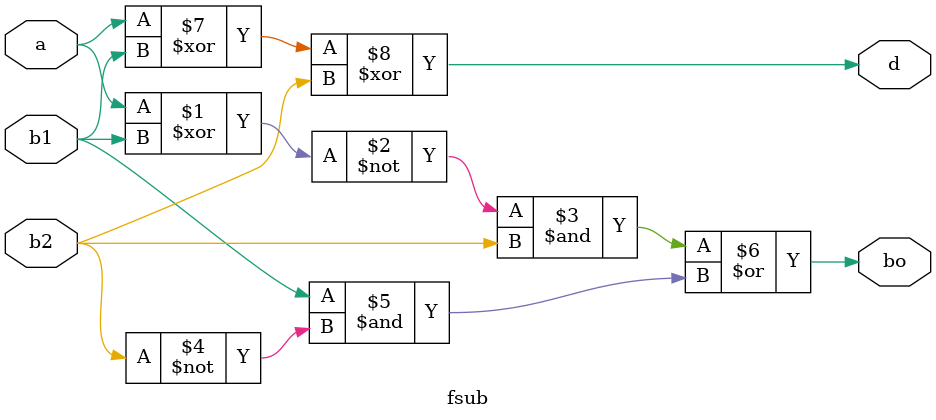
<source format=v>
`timescale 1ns / 1ps

module fsub(
    input a,
    input b1,
    input b2,
    output bo,
    output d
    );
assign bo = ((~(a^b1))&b2) | (b1&(~b2));
assign d = (a^b1)^b2;
endmodule

</source>
